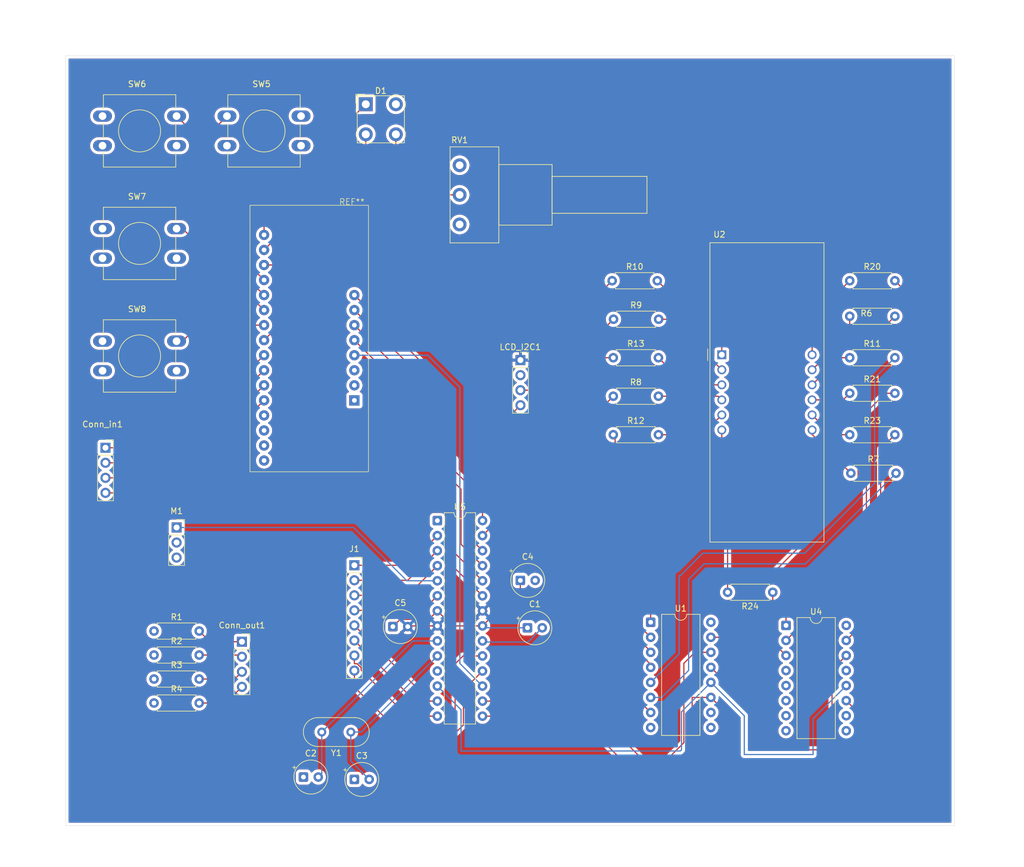
<source format=kicad_pcb>
(kicad_pcb (version 20241229) (generator "pcbnew") (generator_version "9.0")
  (layers (0 "F.Cu" signal) (2 "B.Cu" signal) (13 "F.Paste" user) (15 "B.Paste" user) (5 "F.SilkS" user "F.Silkscreen") (7 "B.SilkS" user "B.Silkscreen") (1 "F.Mask" user) (3 "B.Mask" user) (25 "Edge.Cuts" user))
  (net 0 "")
  (net 1 "/SDA")
  (net 2 "/SCL")
  (net 3 "/GND")
  (net 4 "Net-(Conn_in1-Pin_3)")
  (net 5 "Net-(Conn_in1-Pin_2)")
  (net 6 "Net-(Conn_in1-Pin_1)")
  (net 7 "Net-(Conn_in1-Pin_4)")
  (net 8 "Net-(Conn_out1-Pin_2)")
  (net 9 "Net-(Conn_out1-Pin_1)")
  (net 10 "Net-(Conn_out1-Pin_4)")
  (net 11 "Net-(Conn_out1-Pin_3)")
  (net 12 "Net-(D1-BA)")
  (net 13 "Net-(D1-GA)")
  (net 14 "Net-(D1-RA)")
  (net 15 "Net-(U1-QA)")
  (net 16 "Net-(U2-a)")
  (net 17 "Net-(U2-b)")
  (net 18 "Net-(U1-QB)")
  (net 19 "Net-(U2-c)")
  (net 20 "Net-(U1-QC)")
  (net 21 "Net-(U1-QD)")
  (net 22 "Net-(U2-d)")
  (net 23 "Net-(U1-QE)")
  (net 24 "Net-(U2-e)")
  (net 25 "Net-(U1-QF)")
  (net 26 "Net-(U2-f)")
  (net 27 "Net-(U2-g)")
  (net 28 "Net-(U1-QG)")
  (net 29 "Net-(U1-QH)")
  (net 30 "Net-(U2-DPX)")
  (net 31 "Net-(U2-CC1)")
  (net 32 "Net-(U4-QA)")
  (net 33 "Net-(U4-QB)")
  (net 34 "Net-(U2-CC2)")
  (net 35 "Net-(U2-CC3)")
  (net 36 "Net-(U4-QC)")
  (net 37 "Net-(U2-CC4)")
  (net 38 "Net-(U4-QD)")
  (net 39 "Net-(U3-I7)")
  (net 40 "Net-(U3-I3)")
  (net 41 "Net-(U3-I4)")
  (net 42 "Net-(U3-I5)")
  (net 43 "Net-(U3-I6)")
  (net 44 "Net-(U1-~{OE})")
  (net 55 "Net-(U5-AVCC)")
  (net 56 "Net-(J1-Pin_2)")
  (net 57 "Net-(J1-Pin_7)")
  (net 58 "Net-(J1-Pin_5)")
  (net 59 "Net-(J1-Pin_3)")
  (net 60 "Net-(J1-Pin_1)")
  (net 61 "Net-(J1-Pin_6)")
  (net 62 "Net-(J1-Pin_4)")
  (net 63 "Net-(J1-Pin_8)")
  (net 64 "/VCC")
  (net 65 "Net-(M1-PWM)")
  (net 66 "Net-(U1-SER)")
  (net 67 "Net-(U1-RCLK)")
  (net 68 "Net-(U1-SRCLK)")
  (net 69 "Net-(U3-S0)")
  (net 70 "Net-(U3-COM)")
  (net 71 "Net-(U3-S3)")
  (net 72 "Net-(U3-S1)")
  (net 73 "Net-(U3-S2)")
  (net 74 "Net-(U5-AREF)")
  (net 75 "Earth")
  (net 76 "Net-(U5-XTAL1{slash}PB6)")
  (net 79 "Net-(U5-XTAL2{slash}PB7)")
  (net 80 "GNDREF")
  (footprint "Resistor_THT:R_Axial_DIN0207_L6.3mm_D2.5mm_P7.62mm_Horizontal" (layer "F.Cu") (at 175.5 69.8)
    (property "Reference" "R10")
    (property "Value" "220R")
  )
  (footprint "Resistor_THT:R_Axial_DIN0207_L6.3mm_D2.5mm_P7.62mm_Horizontal" (layer "F.Cu") (at 98.19 128.95)
    (property "Reference" "R1")
    (property "Value" "1kR")
  )
  (footprint "Resistor_THT:R_Axial_DIN0207_L6.3mm_D2.5mm_P7.62mm_Horizontal" (layer "F.Cu") (at 215.59 82.8)
    (property "Reference" "R11")
    (property "Value" "220R")
  )
  (footprint "Package_DIP:DIP-16_W10.16mm" (layer "F.Cu") (at 182 127.46)
    (property "Reference" "U1")
    (property "Value" "74HC595")
  )
  (footprint "Potentiometer_THT:Potentiometer_Piher_PC-16_Single_Horizontal" (layer "F.Cu") (at 149.76 60.3)
    (property "Reference" "RV1")
    (property "Value" "R_Potentiometer")
  )
  (footprint "Resistor_THT:R_Axial_DIN0207_L6.3mm_D2.5mm_P7.62mm_Horizontal" (layer "F.Cu") (at 98.19 137.05)
    (property "Reference" "R3")
    (property "Value" "3,3kR")
  )
  (footprint "Resistor_THT:R_Axial_DIN0207_L6.3mm_D2.5mm_P7.62mm_Horizontal" (layer "F.Cu") (at 215.59 95.8)
    (property "Reference" "R23")
    (property "Value" "1kR")
  )
  (footprint "Resistor_THT:R_Axial_DIN0207_L6.3mm_D2.5mm_P7.62mm_Horizontal" (layer "F.Cu") (at 215.59 75.8)
    (property "Reference" "R6")
    (property "Value" "220R")
  )
  (footprint "Package_DIP:DIP-16_W10.16mm" (layer "F.Cu") (at 204.84 128)
    (property "Reference" "U4")
    (property "Value" "74HC595")
  )
  (footprint "LED_THT:LED_BL-FL7680RGB" (layer "F.Cu") (at 133.92 40)
    (property "Reference" "D1")
    (property "Value" "LED_RGBK")
  )
  (footprint "Capacitor_THT:CP_Radial_Tantal_D5.5mm_P2.50mm" (layer "F.Cu") (at 138.5 128.2)
    (property "Reference" "C5")
    (property "Value" "0.1u")
  )
  (footprint "Display_7Segment:CA56-12EWA" (layer "F.Cu") (at 194 82.3)
    (property "Reference" "U2")
    (property "Value" "CC56-12EWA")
  )
  (footprint "Capacitor_THT:CP_Radial_Tantal_D5.5mm_P2.50mm" (layer "F.Cu") (at 123.403631 153.6)
    (property "Reference" "C2")
    (property "Value" "22 pF")
  )
  (footprint "Resistor_THT:R_Axial_DIN0207_L6.3mm_D2.5mm_P7.62mm_Horizontal" (layer "F.Cu") (at 175.73 76.3)
    (property "Reference" "R9")
    (property "Value" "220R")
  )
  (footprint "Connector_PinSocket_2.54mm:PinSocket_1x04_P2.54mm_Vertical" (layer "F.Cu") (at 113.025 130.75)
    (property "Reference" "Conn_out1")
    (property "Value" "~")
  )
  (footprint "Capacitor_THT:CP_Radial_Tantal_D5.5mm_P2.50mm" (layer "F.Cu") (at 132 154)
    (property "Reference" "C3")
    (property "Value" "22 pF")
  )
  (footprint "Connector_PinSocket_2.54mm:PinSocket_1x04_P2.54mm_Vertical" (layer "F.Cu") (at 160.025 83.2)
    (property "Reference" "LCD_I2C1")
    (property "Value" "~")
  )
  (footprint "Capacitor_THT:CP_Radial_Tantal_D5.5mm_P2.50mm" (layer "F.Cu") (at 161.203631 128.4)
    (property "Reference" "C1")
    (property "Value" "0.1u")
  )
  (footprint "Capacitor_THT:CP_Radial_Tantal_D5.5mm_P2.50mm" (layer "F.Cu") (at 160.007262 120.4)
    (property "Reference" "C4")
    (property "Value" "0.1u")
  )
  (footprint "Resistor_THT:R_Axial_DIN0207_L6.3mm_D2.5mm_P7.62mm_Horizontal" (layer "F.Cu") (at 98.19 141.1)
    (property "Reference" "R4")
    (property "Value" "4,7kR")
  )
  (footprint "Library:mux_16" (layer "F.Cu") (at 124.38 62.06)
    (property "Reference" "U3" (hide yes))
    (property "Value" "CD74HC4067M" (hide yes))
  )
  (footprint "Button_Switch_THT:SW_PUSH-12mm" (layer "F.Cu") (at 89.5 61)
    (property "Reference" "SW7")
    (property "Value" "SW_DIP_x01")
  )
  (footprint "Resistor_THT:R_Axial_DIN0207_L6.3mm_D2.5mm_P7.62mm_Horizontal" (layer "F.Cu") (at 215.59 88.8)
    (property "Reference" "R21")
    (property "Value" "1kR")
  )
  (footprint "Resistor_THT:R_Axial_DIN0207_L6.3mm_D2.5mm_P7.62mm_Horizontal" (layer "F.Cu") (at 98.19 133)
    (property "Reference" "R2")
    (property "Value" "2,2kR")
  )
  (footprint "Resistor_THT:R_Axial_DIN0207_L6.3mm_D2.5mm_P7.62mm_Horizontal" (layer "F.Cu") (at 215.78 102.3)
    (property "Reference" "R7")
    (property "Value" "220R")
  )
  (footprint "Resistor_THT:R_Axial_DIN0207_L6.3mm_D2.5mm_P7.62mm_Horizontal" (layer "F.Cu") (at 175.69 82.8)
    (property "Reference" "R13")
    (property "Value" "220R")
  )
  (footprint "Resistor_THT:R_Axial_DIN0207_L6.3mm_D2.5mm_P7.62mm_Horizontal" (layer "F.Cu") (at 175.69 95.8)
    (property "Reference" "R12")
    (property "Value" "220R")
  )
  (footprint "Connector_PinSocket_2.54mm:PinSocket_1x03_P2.54mm_Vertical" (layer "F.Cu") (at 102 111.46)
    (property "Reference" "M1")
    (property "Value" "Motor_Servo")
  )
  (footprint "Connector_PinSocket_2.54mm:PinSocket_1x04_P2.54mm_Vertical" (layer "F.Cu") (at 90 98)
    (property "Reference" "Conn_in1")
    (property "Value" "~")
  )
  (footprint "Package_DIP:DIP-28_W7.62mm" (layer "F.Cu") (at 146 110.3)
    (property "Reference" "U5")
    (property "Value" "ATmega328P-P")
  )
  (footprint "Resistor_THT:R_Axial_DIN0207_L6.3mm_D2.5mm_P7.62mm_Horizontal" (layer "F.Cu") (at 215.59 69.8)
    (property "Reference" "R20")
    (property "Value" "1kR")
  )
  (footprint "Button_Switch_THT:SW_PUSH-12mm" (layer "F.Cu") (at 110.5 42)
    (property "Reference" "SW5")
    (property "Value" "SW_DIP_x01")
  )
  (footprint "Crystal:Crystal_HC18-U_Vertical" (layer "F.Cu") (at 131.4 146 180)
    (property "Reference" "Y1")
    (property "Value" "16 MHz")
  )
  (footprint "Resistor_THT:R_Axial_DIN0207_L6.3mm_D2.5mm_P7.62mm_Horizontal" (layer "F.Cu") (at 202.6 122.4 180)
    (property "Reference" "R24")
    (property "Value" "1kR")
  )
  (footprint "Connector_PinSocket_2.54mm:PinSocket_1x08_P2.54mm_Vertical" (layer "F.Cu") (at 132 117.84)
    (property "Reference" "J1")
    (property "Value" "Conn_01x08")
  )
  (footprint "Resistor_THT:R_Axial_DIN0207_L6.3mm_D2.5mm_P7.62mm_Horizontal" (layer "F.Cu") (at 175.69 89.3)
    (property "Reference" "R8")
    (property "Value" "220R")
  )
  (footprint "Button_Switch_THT:SW_PUSH-12mm" (layer "F.Cu") (at 89.5 42)
    (property "Reference" "SW6")
    (property "Value" "SW_DIP_x01")
  )
  (footprint "Button_Switch_THT:SW_PUSH-12mm" (layer "F.Cu") (at 89.5 80)
    (property "Reference" "SW8")
    (property "Value" "SW_DIP_x01")
  )
  (gr_line (start 83.26 31.8) (end 233.26 31.8) (stroke (width 0.05)) (layer "Edge.Cuts"))
  (gr_line (start 233.26 31.8) (end 233.26 161.8) (stroke (width 0.05)) (layer "Edge.Cuts"))
  (gr_line (start 83.26 161.8) (end 233.26 161.8) (stroke (width 0.05)) (layer "Edge.Cuts"))
  (gr_line (start 83.26 161.8) (end 83.26 31.8) (stroke (width 0.05)) (layer "Edge.Cuts"))
  (segment (start 160.025 88.28) (end 162.68 88.28) (width 0.2) (layer "F.Cu") (net 1))
  (segment (start 163.2 88.8) (end 163.2 103.26) (width 0.2) (layer "F.Cu") (net 1))
  (segment (start 162.68 88.28) (end 163.2 88.8) (width 0.2) (layer "F.Cu") (net 1))
  (segment (start 163.2 103.26) (end 153.62 112.84) (width 0.2) (layer "F.Cu") (net 1))
  (segment (start 160.025 90.82) (end 153.62 97.225) (width 0.2) (layer "F.Cu") (net 2))
  (segment (start 153.62 97.225) (end 153.62 110.3) (width 0.2) (layer "F.Cu") (net 2))
  (segment (start 141.12 128.08) (end 141 128.2) (width 0.2) (layer "F.Cu") (net 3))
  (segment (start 146 128.08) (end 141.12 128.08) (width 0.2) (layer "F.Cu") (net 3))
  (segment (start 153.68 125.6) (end 154.4 125.6) (width 0.2) (layer "F.Cu") (net 3))
  (segment (start 101.14 103.08) (end 116.76 87.46) (width 0.2) (layer "F.Cu") (net 4))
  (segment (start 90 103.08) (end 101.14 103.08) (width 0.2) (layer "F.Cu") (net 4))
  (segment (start 90 100.54) (end 101.14 100.54) (width 0.2) (layer "F.Cu") (net 5))
  (segment (start 101.14 100.54) (end 116.76 84.92) (width 0.2) (layer "F.Cu") (net 5))
  (segment (start 101.14 98) (end 116.76 82.38) (width 0.2) (layer "F.Cu") (net 6))
  (segment (start 90 98) (end 101.14 98) (width 0.2) (layer "F.Cu") (net 6))
  (segment (start 90 105.62) (end 101.14 105.62) (width 0.2) (layer "F.Cu") (net 7))
  (segment (start 101.14 105.62) (end 116.76 90) (width 0.2) (layer "F.Cu") (net 7))
  (segment (start 105.81 133) (end 112.735 133) (width 0.2) (layer "F.Cu") (net 8))
  (segment (start 112.735 133) (end 113.025 133.29) (width 0.2) (layer "F.Cu") (net 8))
  (segment (start 113.025 130.75) (end 107.61 130.75) (width 0.2) (layer "F.Cu") (net 9))
  (segment (start 107.61 130.75) (end 105.81 128.95) (width 0.2) (layer "F.Cu") (net 9))
  (segment (start 110.295 141.1) (end 113.025 138.37) (width 0.2) (layer "F.Cu") (net 10))
  (segment (start 105.81 141.1) (end 110.295 141.1) (width 0.2) (layer "F.Cu") (net 10))
  (segment (start 111.805 137.05) (end 113.025 135.83) (width 0.2) (layer "F.Cu") (net 11))
  (segment (start 105.81 137.05) (end 111.805 137.05) (width 0.2) (layer "F.Cu") (net 11))
  (segment (start 119.66 67.14) (end 116.76 67.14) (width 0.2) (layer "F.Cu") (net 12))
  (segment (start 139 47.8) (end 119.66 67.14) (width 0.2) (layer "F.Cu") (net 12))
  (segment (start 139 45.08) (end 139 47.8) (width 0.2) (layer "F.Cu") (net 12))
  (segment (start 133.92 45.08) (end 133.92 47.44) (width 0.2) (layer "F.Cu") (net 13))
  (segment (start 133.92 47.44) (end 116.76 64.6) (width 0.2) (layer "F.Cu") (net 13))
  (segment (start 116.76 57.16) (end 116.76 62.06) (width 0.2) (layer "F.Cu") (net 14))
  (segment (start 133.92 40) (end 116.76 57.16) (width 0.2) (layer "F.Cu") (net 14))
  (segment (start 217 104.8) (end 217 82.01) (width 0.2) (layer "F.Cu") (net 15))
  (segment (start 217 82.01) (end 223.21 75.8) (width 0.2) (layer "F.Cu") (net 15))
  (segment (start 195 130) (end 200.2 124.8) (width 0.2) (layer "F.Cu") (net 15))
  (segment (start 200.2 121.6) (end 217 104.8) (width 0.2) (layer "F.Cu") (net 15))
  (segment (start 192.16 130) (end 195 130) (width 0.2) (layer "F.Cu") (net 15))
  (segment (start 200.2 124.8) (end 200.2 121.6) (width 0.2) (layer "F.Cu") (net 15))
  (segment (start 215.59 75.8) (end 215.59 78.49) (width 0.2) (layer "F.Cu") (net 16))
  (segment (start 215.59 78.49) (end 209.24 84.84) (width 0.2) (layer "F.Cu") (net 16))
  (segment (start 215.78 102.3) (end 209.24 95.76) (width 0.2) (layer "F.Cu") (net 17))
  (segment (start 209.24 95.76) (end 209.24 95) (width 0.2) (layer "F.Cu") (net 17))
  (segment (start 176 96.11) (end 175.69 95.8) (width 0.2) (layer "F.Cu") (net 18))
  (segment (start 182 127.46) (end 182 123.4) (width 0.2) (layer "F.Cu") (net 18))
  (segment (start 182 123.4) (end 176 117.4) (width 0.2) (layer "F.Cu") (net 18))
  (segment (start 176 117.4) (end 176 96.11) (width 0.2) (layer "F.Cu") (net 18))
  (segment (start 193.38 89.3) (end 194 89.92) (width 0.2) (layer "F.Cu") (net 19))
  (segment (start 183.31 89.3) (end 193.38 89.3) (width 0.2) (layer "F.Cu") (net 19))
  (segment (start 172.2 92.79) (end 172.2 120.2) (width 0.2) (layer "F.Cu") (net 20))
  (segment (start 175.69 89.3) (end 172.2 92.79) (width 0.2) (layer "F.Cu") (net 20))
  (segment (start 172.2 120.2) (end 182 130) (width 0.2) (layer "F.Cu") (net 20))
  (segment (start 182 132.54) (end 182 132.4) (width 0.2) (layer "F.Cu") (net 21))
  (segment (start 170.2 120.6) (end 170.2 85.6) (width 0.2) (layer "F.Cu") (net 21))
  (segment (start 173 82.8) (end 175.69 82.8) (width 0.2) (layer "F.Cu") (net 21))
  (segment (start 182 132.4) (end 170.2 120.6) (width 0.2) (layer "F.Cu") (net 21))
  (segment (start 170.2 85.6) (end 173 82.8) (width 0.2) (layer "F.Cu") (net 21))
  (segment (start 183.35 76.3) (end 185.46 76.3) (width 0.2) (layer "F.Cu") (net 22))
  (segment (start 185.46 76.3) (end 194 84.84) (width 0.2) (layer "F.Cu") (net 22))
  (segment (start 175.73 76.3) (end 168.2 83.83) (width 0.2) (layer "F.Cu") (net 23))
  (segment (start 168.2 83.83) (end 168.2 120.8) (width 0.2) (layer "F.Cu") (net 23))
  (segment (start 168.2 120.8) (end 182 134.6) (width 0.2) (layer "F.Cu") (net 23))
  (segment (start 182 134.6) (end 182 135.08) (width 0.2) (layer "F.Cu") (net 23))
  (segment (start 194 80.68) (end 183.12 69.8) (width 0.2) (layer "F.Cu") (net 24))
  (segment (start 194 82.3) (end 194 80.68) (width 0.2) (layer "F.Cu") (net 24))
  (segment (start 190.8 115.8) (end 187 119.6) (width 0.2) (layer "B.Cu") (net 25))
  (segment (start 186.8 119.6) (end 186.8 132.82) (width 0.2) (layer "B.Cu") (net 25))
  (segment (start 219.8 86.2) (end 219.8 104) (width 0.2) (layer "B.Cu") (net 25))
  (segment (start 223.21 82.8) (end 223.2 82.8) (width 0.2) (layer "B.Cu") (net 25))
  (segment (start 219.8 104) (end 208 115.8) (width 0.2) (layer "B.Cu") (net 25))
  (segment (start 223.2 82.8) (end 219.8 86.2) (width 0.2) (layer "B.Cu") (net 25))
  (segment (start 187 119.6) (end 186.8 119.6) (width 0.2) (layer "B.Cu") (net 25))
  (segment (start 208 115.8) (end 190.8 115.8) (width 0.2) (layer "B.Cu") (net 25))
  (segment (start 186.8 132.82) (end 182 137.62) (width 0.2) (layer "B.Cu") (net 25))
  (segment (start 215.59 82.8) (end 213.82 82.8) (width 0.2) (layer "F.Cu") (net 26))
  (segment (start 213.82 82.8) (end 209.24 87.38) (width 0.2) (layer "F.Cu") (net 26))
  (segment (start 190.66 95.8) (end 194 92.46) (width 0.2) (layer "F.Cu") (net 27))
  (segment (start 183.31 95.8) (end 190.66 95.8) (width 0.2) (layer "F.Cu") (net 27))
  (segment (start 191 117.6) (end 208.1 117.6) (width 0.2) (layer "B.Cu") (net 28))
  (segment (start 208.1 117.6) (end 223.4 102.3) (width 0.2) (layer "B.Cu") (net 28))
  (segment (start 188.4 135.6) (end 188.4 120.2) (width 0.2) (layer "B.Cu") (net 28))
  (segment (start 183.84 140.16) (end 188.4 135.6) (width 0.2) (layer "B.Cu") (net 28))
  (segment (start 188.4 120.2) (end 191 117.6) (width 0.2) (layer "B.Cu") (net 28))
  (segment (start 182 140.16) (end 183.84 140.16) (width 0.2) (layer "B.Cu") (net 28))
  (segment (start 169.4 124.8) (end 166.2 121.6) (width 0.2) (layer "F.Cu") (net 29))
  (segment (start 166.2 79.1) (end 175.5 69.8) (width 0.2) (layer "F.Cu") (net 29))
  (segment (start 169.4 130.1) (end 169.4 124.8) (width 0.2) (layer "F.Cu") (net 29))
  (segment (start 182 142.7) (end 169.4 130.1) (width 0.2) (layer "F.Cu") (net 29))
  (segment (start 166.2 121.6) (end 166.2 79.1) (width 0.2) (layer "F.Cu") (net 29))
  (segment (start 194 87.38) (end 187.89 87.38) (width 0.2) (layer "F.Cu") (net 30))
  (segment (start 187.89 87.38) (end 183.31 82.8) (width 0.2) (layer "F.Cu") (net 30))
  (segment (start 215.59 69.8) (end 209.24 76.15) (width 0.2) (layer "F.Cu") (net 31))
  (segment (start 209.24 76.15) (end 209.24 82.3) (width 0.2) (layer "F.Cu") (net 31))
  (segment (start 226.4 119.14) (end 215 130.54) (width 0.2) (layer "F.Cu") (net 32))
  (segment (start 226.4 72.99) (end 226.4 119.14) (width 0.2) (layer "F.Cu") (net 32))
  (segment (start 223.21 69.8) (end 226.4 72.99) (width 0.2) (layer "F.Cu") (net 32))
  (segment (start 204.84 128) (end 204.84 124.56) (width 0.2) (layer "F.Cu") (net 33))
  (segment (start 218.4 111) (end 218.4 92) (width 0.2) (layer "F.Cu") (net 33))
  (segment (start 218.4 92) (end 221.6 88.8) (width 0.2) (layer "F.Cu") (net 33))
  (segment (start 221.6 88.8) (end 223.21 88.8) (width 0.2) (layer "F.Cu") (net 33))
  (segment (start 204.84 124.56) (end 218.4 111) (width 0.2) (layer "F.Cu") (net 33))
  (segment (start 214.47 89.92) (end 215.59 88.8) (width 0.2) (layer "F.Cu") (net 34))
  (segment (start 209.24 89.92) (end 214.47 89.92) (width 0.2) (layer "F.Cu") (net 34))
  (segment (start 215.59 95.8) (end 212.58 95.8) (width 0.2) (layer "F.Cu") (net 35))
  (segment (start 212.58 95.8) (end 209.24 92.46) (width 0.2) (layer "F.Cu") (net 35))
  (segment (start 204.84 130.54) (end 220.8 114.58) (width 0.2) (layer "F.Cu") (net 36))
  (segment (start 220.8 114.58) (end 220.8 98.21) (width 0.2) (layer "F.Cu") (net 36))
  (segment (start 220.8 98.21) (end 223.21 95.8) (width 0.2) (layer "F.Cu") (net 36))
  (segment (start 194 95) (end 194 103) (width 0.2) (layer "F.Cu") (net 37))
  (segment (start 194 103) (end 194.98 103.98) (width 0.2) (layer "F.Cu") (net 37))
  (segment (start 194.98 122.4) (end 194.98 103.98) (width 0.2) (layer "F.Cu") (net 37))
  (segment (start 202.6 122.4) (end 202.6 130.84) (width 0.2) (layer "F.Cu") (net 38))
  (segment (start 202.6 130.84) (end 204.84 133.08) (width 0.2) (layer "F.Cu") (net 38))
  (segment (start 149.76 55.3) (end 141.3 55.3) (width 0.2) (layer "F.Cu") (net 39))
  (segment (start 141.3 55.3) (end 116.76 79.84) (width 0.2) (layer "F.Cu") (net 39))
  (segment (start 107.6 44.9) (end 107.6 60.52) (width 0.2) (layer "F.Cu") (net 40))
  (segment (start 107.6 60.52) (end 116.76 69.68) (width 0.2) (layer "F.Cu") (net 40))
  (segment (start 110.5 42) (end 107.6 44.9) (width 0.2) (layer "F.Cu") (net 40))
  (segment (start 105.6 61.06) (end 116.76 72.22) (width 0.2) (layer "F.Cu") (net 41))
  (segment (start 105.6 45.6) (end 105.6 61.06) (width 0.2) (layer "F.Cu") (net 41))
  (segment (start 102 42) (end 105.6 45.6) (width 0.2) (layer "F.Cu") (net 41))
  (segment (start 102 61) (end 103 61) (width 0.2) (layer "F.Cu") (net 42))
  (segment (start 103 61) (end 116.76 74.76) (width 0.2) (layer "F.Cu") (net 42))
  (segment (start 103 80) (end 105.7 77.3) (width 0.2) (layer "F.Cu") (net 43))
  (segment (start 102 80) (end 103 80) (width 0.2) (layer "F.Cu") (net 43))
  (segment (start 105.7 77.3) (end 116.76 77.3) (width 0.2) (layer "F.Cu") (net 43))
  (segment (start 192.16 135.08) (end 198.8 141.72) (width 0.2) (layer "F.Cu") (net 44))
  (segment (start 198.8 149) (end 212.6 149) (width 0.2) (layer "F.Cu") (net 44))
  (segment (start 212.6 135.48) (end 215 133.08) (width 0.2) (layer "F.Cu") (net 44))
  (segment (start 198.8 141.72) (end 198.8 149) (width 0.2) (layer "F.Cu") (net 44))
  (segment (start 212.6 149) (end 212.6 135.48) (width 0.2) (layer "F.Cu") (net 44))
  (segment (start 153.58 130.62) (end 153.4 130.8) (width 0.2) (layer "B.Cu") (net 55))
  (segment (start 153.4 130.8) (end 161.303631 130.8) (width 0.2) (layer "B.Cu") (net 55))
  (segment (start 153.62 130.62) (end 153.58 130.62) (width 0.2) (layer "B.Cu") (net 55))
  (segment (start 161.303631 130.8) (end 163.703631 128.4) (width 0.2) (layer "B.Cu") (net 55))
  (segment (start 141 120.38) (end 146 115.38) (width 0.2) (layer "F.Cu") (net 56))
  (segment (start 132 120.38) (end 141 120.38) (width 0.2) (layer "F.Cu") (net 56))
  (segment (start 133.151 135.551) (end 143.6 146) (width 0.2) (layer "F.Cu") (net 57))
  (segment (start 133.151 135.14324) (end 133.151 135.551) (width 0.2) (layer "F.Cu") (net 57))
  (segment (start 149 144) (end 149 134.5) (width 0.2) (layer "F.Cu") (net 57))
  (segment (start 132 133.08) (end 132 134.4) (width 0.2) (layer "F.Cu") (net 57))
  (segment (start 147 146) (end 149 144) (width 0.2) (layer "F.Cu") (net 57))
  (segment (start 143.6 146) (end 147 146) (width 0.2) (layer "F.Cu") (net 57))
  (segment (start 150.34 133.16) (end 153.62 133.16) (width 0.2) (layer "F.Cu") (net 57))
  (segment (start 132.069 134.469) (end 132.47676 134.469) (width 0.2) (layer "F.Cu") (net 57))
  (segment (start 132.47676 134.469) (end 133.151 135.14324) (width 0.2) (layer "F.Cu") (net 57))
  (segment (start 149 134.5) (end 150.34 133.16) (width 0.2) (layer "F.Cu") (net 57))
  (segment (start 132 134.4) (end 132.069 134.469) (width 0.2) (layer "F.Cu") (net 57))
  (segment (start 144.78 140.78) (end 146 140.78) (width 0.2) (layer "F.Cu") (net 58))
  (segment (start 132 128) (end 144.78 140.78) (width 0.2) (layer "F.Cu") (net 58))
  (segment (start 141 122.92) (end 146 117.92) (width 0.2) (layer "F.Cu") (net 59))
  (segment (start 132 122.92) (end 141 122.92) (width 0.2) (layer "F.Cu") (net 59))
  (segment (start 132 117.84) (end 141 117.84) (width 0.2) (layer "F.Cu") (net 60))
  (segment (start 141 117.84) (end 146 112.84) (width 0.2) (layer "F.Cu") (net 60))
  (segment (start 144.78 143.32) (end 146 143.32) (width 0.2) (layer "F.Cu") (net 61))
  (segment (start 132 130.54) (end 144.78 143.32) (width 0.2) (layer "F.Cu") (net 61))
  (segment (start 132 125.46) (end 143.54 125.46) (width 0.2) (layer "F.Cu") (net 62))
  (segment (start 143.54 125.46) (end 146 123) (width 0.2) (layer "F.Cu") (net 62))
  (segment (start 150.4 138.92) (end 153.62 135.7) (width 0.2) (layer "F.Cu") (net 63))
  (segment (start 141.2 147.6) (end 147.6 147.6) (width 0.2) (layer "F.Cu") (net 63))
  (segment (start 132 138.4) (end 141.2 147.6) (width 0.2) (layer "F.Cu") (net 63))
  (segment (start 150.4 144.8) (end 150.4 138.92) (width 0.2) (layer "F.Cu") (net 63))
  (segment (start 147.6 147.6) (end 150.4 144.8) (width 0.2) (layer "F.Cu") (net 63))
  (segment (start 132 135.62) (end 132 138.4) (width 0.2) (layer "F.Cu") (net 63))
  (segment (start 131.86 111.46) (end 140.86 120.46) (width 0.2) (layer "B.Cu") (net 65))
  (segment (start 102 111.46) (end 131.86 111.46) (width 0.2) (layer "B.Cu") (net 65))
  (segment (start 140.86 120.46) (end 146 120.46) (width 0.2) (layer "B.Cu") (net 65))
  (segment (start 187.6 134.4) (end 189.46 132.54) (width 0.2) (layer "F.Cu") (net 66))
  (segment (start 189.46 132.54) (end 192.16 132.54) (width 0.2) (layer "F.Cu") (net 66))
  (segment (start 182.7 152.7) (end 187.6 147.8) (width 0.2) (layer "F.Cu") (net 66))
  (segment (start 170.78 140.78) (end 182.7 152.7) (width 0.2) (layer "F.Cu") (net 66))
  (segment (start 153.62 140.78) (end 170.78 140.78) (width 0.2) (layer "F.Cu") (net 66))
  (segment (start 187.6 147.8) (end 187.6 134.4) (width 0.2) (layer "F.Cu") (net 66))
  (segment (start 187 149.2) (end 187.2 149) (width 0.2) (layer "B.Cu") (net 67))
  (segment (start 187.2 142.58) (end 192.16 137.62) (width 0.2) (layer "B.Cu") (net 67))
  (segment (start 150 149.2) (end 187 149.2) (width 0.2) (layer "B.Cu") (net 67))
  (segment (start 192.16 137.62) (end 197.8 143.26) (width 0.2) (layer "B.Cu") (net 67))
  (segment (start 209.4 143.76) (end 215 138.16) (width 0.2) (layer "B.Cu") (net 67))
  (segment (start 187.2 149) (end 187.2 142.58) (width 0.2) (layer "B.Cu") (net 67))
  (segment (start 197.8 143.26) (end 197.8 149.8) (width 0.2) (layer "B.Cu") (net 67))
  (segment (start 209.4 149.8) (end 209.4 143.76) (width 0.2) (layer "B.Cu") (net 67))
  (segment (start 146 138.24) (end 150 142.24) (width 0.2) (layer "B.Cu") (net 67))
  (segment (start 197.8 149.8) (end 209.4 149.8) (width 0.2) (layer "B.Cu") (net 67))
  (segment (start 150 142.24) (end 150 149.2) (width 0.2) (layer "B.Cu") (net 67))
  (segment (start 183 156.6) (end 189 150.6) (width 0.2) (layer "F.Cu") (net 68))
  (segment (start 192.16 140.16) (end 196.4 144.4) (width 0.2) (layer "F.Cu") (net 68))
  (segment (start 153.62 143.32) (end 169.72 143.32) (width 0.2) (layer "F.Cu") (net 68))
  (segment (start 196.4 144.4) (end 196.4 150.6) (width 0.2) (layer "F.Cu") (net 68))
  (segment (start 196.4 150.6) (end 217 150.6) (width 0.2) (layer "F.Cu") (net 68))
  (segment (start 217 150.6) (end 217.2 150.4) (width 0.2) (layer "F.Cu") (net 68))
  (segment (start 189.04 140.16) (end 192.16 140.16) (width 0.2) (layer "F.Cu") (net 68))
  (segment (start 189 140.2) (end 189.04 140.16) (width 0.2) (layer "F.Cu") (net 68))
  (segment (start 217.2 150.4) (end 217.2 142.9) (width 0.2) (layer "F.Cu") (net 68))
  (segment (start 217.2 142.9) (end 215 140.7) (width 0.2) (layer "F.Cu") (net 68))
  (segment (start 169.72 143.32) (end 183 156.6) (width 0.2) (layer "F.Cu") (net 68))
  (segment (start 189 150.6) (end 189 140.2) (width 0.2) (layer "F.Cu") (net 68))
  (segment (start 146 99) (end 146 88.76) (width 0.2) (layer "F.Cu") (net 69))
  (segment (start 153.62 117.92) (end 150 114.3) (width 0.2) (layer "F.Cu") (net 69))
  (segment (start 148 103) (end 148 101) (width 0.2) (layer "F.Cu") (net 69))
  (segment (start 150 114.3) (end 150 105) (width 0.2) (layer "F.Cu") (net 69))
  (segment (start 146 88.76) (end 132 74.76) (width 0.2) (layer "F.Cu") (net 69))
  (segment (start 148 101) (end 146 99) (width 0.2) (layer "F.Cu") (net 69))
  (segment (start 150 105) (end 148 103) (width 0.2) (layer "F.Cu") (net 69))
  (segment (start 151 112.76) (end 153.62 115.38) (width 0.2) (layer "F.Cu") (net 70))
  (segment (start 132 72.22) (end 147.101 87.321) (width 0.2) (layer "F.Cu") (net 70))
  (segment (start 147.101 98.101) (end 149 100) (width 0.2) (layer "F.Cu") (net 70))
  (segment (start 149 100) (end 149 102) (width 0.2) (layer "F.Cu") (net 70))
  (segment (start 147.101 87.321) (end 147.101 98.101) (width 0.2) (layer "F.Cu") (net 70))
  (segment (start 151 104) (end 151 112.76) (width 0.2) (layer "F.Cu") (net 70))
  (segment (start 149 102) (end 151 104) (width 0.2) (layer "F.Cu") (net 70))
  (segment (start 144.38 82.38) (end 132 82.38) (width 0.2) (layer "B.Cu") (net 71))
  (segment (start 149.8 87.8) (end 144.38 82.38) (width 0.2) (layer "B.Cu") (net 71))
  (segment (start 149.8 134.42) (end 149.8 87.8) (width 0.2) (layer "B.Cu") (net 71))
  (segment (start 153.62 138.24) (end 149.8 134.42) (width 0.2) (layer "B.Cu") (net 71))
  (segment (start 149 106) (end 149 115.84) (width 0.2) (layer "F.Cu") (net 72))
  (segment (start 147 102) (end 147 104) (width 0.2) (layer "F.Cu") (net 72))
  (segment (start 145 100) (end 147 102) (width 0.2) (layer "F.Cu") (net 72))
  (segment (start 132 77.3) (end 145 90.3) (width 0.2) (layer "F.Cu") (net 72))
  (segment (start 147 104) (end 149 106) (width 0.2) (layer "F.Cu") (net 72))
  (segment (start 145 90.3) (end 145 100) (width 0.2) (layer "F.Cu") (net 72))
  (segment (start 149 115.84) (end 153.62 120.46) (width 0.2) (layer "F.Cu") (net 72))
  (segment (start 143 90.84) (end 132 79.84) (width 0.2) (layer "F.Cu") (net 73))
  (segment (start 143 102) (end 143 90.84) (width 0.2) (layer "F.Cu") (net 73))
  (segment (start 153.62 123) (end 148 117.38) (width 0.2) (layer "F.Cu") (net 73))
  (segment (start 148 107) (end 143 102) (width 0.2) (layer "F.Cu") (net 73))
  (segment (start 148 117.38) (end 148 107) (width 0.2) (layer "F.Cu") (net 73))
  (segment (start 148.54 128.08) (end 146 125.54) (width 0.2) (layer "F.Cu") (net 74))
  (segment (start 144.561 126.979) (end 139.721 126.979) (width 0.2) (layer "F.Cu") (net 74))
  (segment (start 153.62 128.08) (end 160.007262 121.692738) (width 0.2) (layer "F.Cu") (net 74))
  (segment (start 153.62 128.08) (end 148.54 128.08) (width 0.2) (layer "F.Cu") (net 74))
  (segment (start 139.721 126.979) (end 138.5 128.2) (width 0.2) (layer "F.Cu") (net 74))
  (segment (start 146 125.54) (end 144.561 126.979) (width 0.2) (layer "F.Cu") (net 74))
  (segment (start 153.94 128.4) (end 153.62 128.08) (width 0.2) (layer "F.Cu") (net 74))
  (segment (start 160.007262 121.692738) (end 160.007262 120.4) (width 0.2) (layer "F.Cu") (net 74))
  (segment (start 153.94 128.4) (end 153.62 128.08) (width 0.2) (layer "B.Cu") (net 74))
  (segment (start 161.203631 128.4) (end 153.94 128.4) (width 0.2) (layer "B.Cu") (net 74))
  (segment (start 126.5 146) (end 126.5 153.003631) (width 0.2) (layer "B.Cu") (net 76))
  (segment (start 141.88 130.62) (end 146 130.62) (width 0.2) (layer "B.Cu") (net 76))
  (segment (start 126.5 146) (end 141.88 130.62) (width 0.2) (layer "B.Cu") (net 76))
  (segment (start 126.5 153.003631) (end 125.903631 153.6) (width 0.2) (layer "B.Cu") (net 76))
  (segment (start 131.4 150.9) (end 134.5 154) (width 0.2) (layer "B.Cu") (net 79))
  (segment (start 133.16 146) (end 146 133.16) (width 0.2) (layer "B.Cu") (net 79))
  (segment (start 131.4 146) (end 131.4 150.9) (width 0.2) (layer "B.Cu") (net 79))
  (segment (start 131.4 146) (end 133.16 146) (width 0.2) (layer "B.Cu") (net 79))
  (zone (net 3) (net_name "/GND") (layer "F.Cu") (connect_pads (clearance 0.5)) (min_thickness 0.25) (fill yes (thermal_gap 0.5) (thermal_bridge_width 0.5))
    (polygon (pts (xy 74.2 28.6) (xy 241.2 28.2) (xy 237.6 164.4) (xy 76.4 165.8)))
  )
  (zone (net 3) (net_name "/GND") (layer "B.Cu") (priority 1) (connect_pads (clearance 0.5)) (min_thickness 0.25) (fill yes (thermal_gap 0.5) (thermal_bridge_width 0.5))
    (polygon (pts (xy 72.6 24.6) (xy 74.2 168.8) (xy 245 166.4) (xy 244.2 22.4) (xy 72.2 23.8)))
  )
)
</source>
